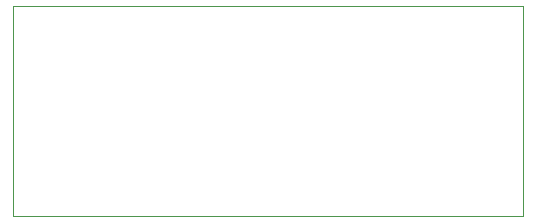
<source format=gko>
G04*
G04 #@! TF.GenerationSoftware,Altium Limited,Altium Designer,24.2.2 (26)*
G04*
G04 Layer_Color=16711935*
%FSLAX44Y44*%
%MOMM*%
G71*
G04*
G04 #@! TF.SameCoordinates,84A61C28-107D-4167-A594-B99BE37EB826*
G04*
G04*
G04 #@! TF.FilePolarity,Positive*
G04*
G01*
G75*
%ADD12C,0.1000*%
D12*
Y177800D02*
X431800D01*
Y0D02*
Y177800D01*
X0Y0D02*
X431800D01*
X0D02*
Y177800D01*
M02*

</source>
